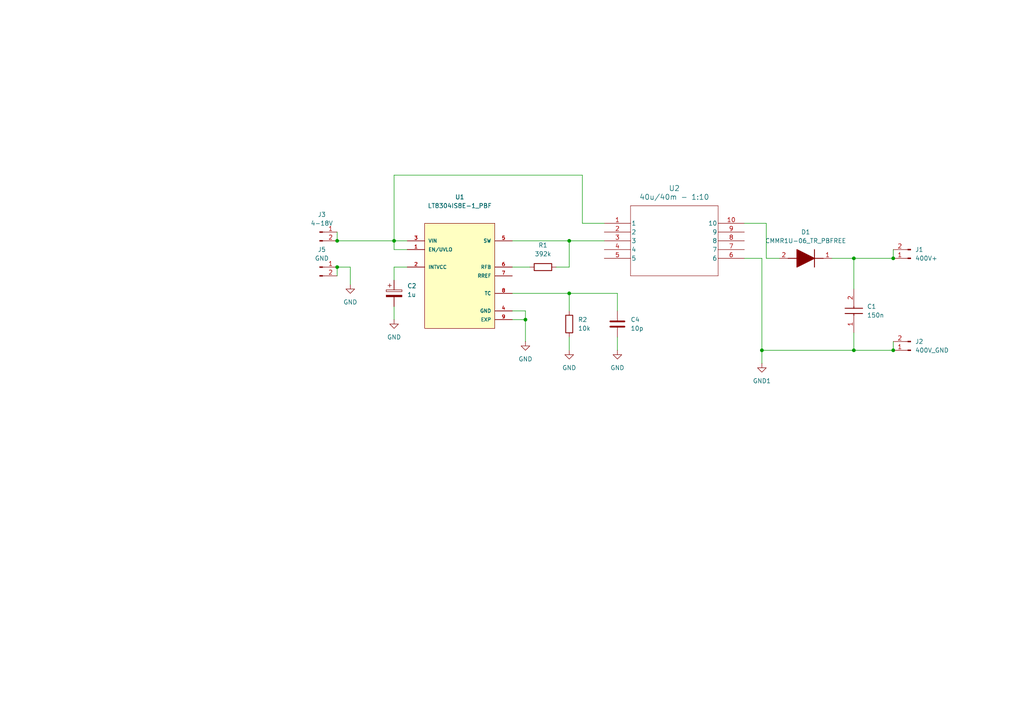
<source format=kicad_sch>
(kicad_sch
	(version 20231120)
	(generator "eeschema")
	(generator_version "8.0")
	(uuid "6db0d3fb-4fdb-4a74-9a40-3d6a2358617d")
	(paper "A4")
	(lib_symbols
		(symbol "Connector:Conn_01x02_Pin"
			(pin_names
				(offset 1.016) hide)
			(exclude_from_sim no)
			(in_bom yes)
			(on_board yes)
			(property "Reference" "J"
				(at 0 2.54 0)
				(effects
					(font
						(size 1.27 1.27)
					)
				)
			)
			(property "Value" "Conn_01x02_Pin"
				(at 0 -5.08 0)
				(effects
					(font
						(size 1.27 1.27)
					)
				)
			)
			(property "Footprint" ""
				(at 0 0 0)
				(effects
					(font
						(size 1.27 1.27)
					)
					(hide yes)
				)
			)
			(property "Datasheet" "~"
				(at 0 0 0)
				(effects
					(font
						(size 1.27 1.27)
					)
					(hide yes)
				)
			)
			(property "Description" "Generic connector, single row, 01x02, script generated"
				(at 0 0 0)
				(effects
					(font
						(size 1.27 1.27)
					)
					(hide yes)
				)
			)
			(property "ki_locked" ""
				(at 0 0 0)
				(effects
					(font
						(size 1.27 1.27)
					)
				)
			)
			(property "ki_keywords" "connector"
				(at 0 0 0)
				(effects
					(font
						(size 1.27 1.27)
					)
					(hide yes)
				)
			)
			(property "ki_fp_filters" "Connector*:*_1x??_*"
				(at 0 0 0)
				(effects
					(font
						(size 1.27 1.27)
					)
					(hide yes)
				)
			)
			(symbol "Conn_01x02_Pin_1_1"
				(polyline
					(pts
						(xy 1.27 -2.54) (xy 0.8636 -2.54)
					)
					(stroke
						(width 0.1524)
						(type default)
					)
					(fill
						(type none)
					)
				)
				(polyline
					(pts
						(xy 1.27 0) (xy 0.8636 0)
					)
					(stroke
						(width 0.1524)
						(type default)
					)
					(fill
						(type none)
					)
				)
				(rectangle
					(start 0.8636 -2.413)
					(end 0 -2.667)
					(stroke
						(width 0.1524)
						(type default)
					)
					(fill
						(type outline)
					)
				)
				(rectangle
					(start 0.8636 0.127)
					(end 0 -0.127)
					(stroke
						(width 0.1524)
						(type default)
					)
					(fill
						(type outline)
					)
				)
				(pin passive line
					(at 5.08 0 180)
					(length 3.81)
					(name "Pin_1"
						(effects
							(font
								(size 1.27 1.27)
							)
						)
					)
					(number "1"
						(effects
							(font
								(size 1.27 1.27)
							)
						)
					)
				)
				(pin passive line
					(at 5.08 -2.54 180)
					(length 3.81)
					(name "Pin_2"
						(effects
							(font
								(size 1.27 1.27)
							)
						)
					)
					(number "2"
						(effects
							(font
								(size 1.27 1.27)
							)
						)
					)
				)
			)
		)
		(symbol "Device:C"
			(pin_numbers hide)
			(pin_names
				(offset 0.254)
			)
			(exclude_from_sim no)
			(in_bom yes)
			(on_board yes)
			(property "Reference" "C"
				(at 0.635 2.54 0)
				(effects
					(font
						(size 1.27 1.27)
					)
					(justify left)
				)
			)
			(property "Value" "C"
				(at 0.635 -2.54 0)
				(effects
					(font
						(size 1.27 1.27)
					)
					(justify left)
				)
			)
			(property "Footprint" ""
				(at 0.9652 -3.81 0)
				(effects
					(font
						(size 1.27 1.27)
					)
					(hide yes)
				)
			)
			(property "Datasheet" "~"
				(at 0 0 0)
				(effects
					(font
						(size 1.27 1.27)
					)
					(hide yes)
				)
			)
			(property "Description" "Unpolarized capacitor"
				(at 0 0 0)
				(effects
					(font
						(size 1.27 1.27)
					)
					(hide yes)
				)
			)
			(property "ki_keywords" "cap capacitor"
				(at 0 0 0)
				(effects
					(font
						(size 1.27 1.27)
					)
					(hide yes)
				)
			)
			(property "ki_fp_filters" "C_*"
				(at 0 0 0)
				(effects
					(font
						(size 1.27 1.27)
					)
					(hide yes)
				)
			)
			(symbol "C_0_1"
				(polyline
					(pts
						(xy -2.032 -0.762) (xy 2.032 -0.762)
					)
					(stroke
						(width 0.508)
						(type default)
					)
					(fill
						(type none)
					)
				)
				(polyline
					(pts
						(xy -2.032 0.762) (xy 2.032 0.762)
					)
					(stroke
						(width 0.508)
						(type default)
					)
					(fill
						(type none)
					)
				)
			)
			(symbol "C_1_1"
				(pin passive line
					(at 0 3.81 270)
					(length 2.794)
					(name "~"
						(effects
							(font
								(size 1.27 1.27)
							)
						)
					)
					(number "1"
						(effects
							(font
								(size 1.27 1.27)
							)
						)
					)
				)
				(pin passive line
					(at 0 -3.81 90)
					(length 2.794)
					(name "~"
						(effects
							(font
								(size 1.27 1.27)
							)
						)
					)
					(number "2"
						(effects
							(font
								(size 1.27 1.27)
							)
						)
					)
				)
			)
		)
		(symbol "Device:C_Polarized"
			(pin_numbers hide)
			(pin_names
				(offset 0.254)
			)
			(exclude_from_sim no)
			(in_bom yes)
			(on_board yes)
			(property "Reference" "C"
				(at 0.635 2.54 0)
				(effects
					(font
						(size 1.27 1.27)
					)
					(justify left)
				)
			)
			(property "Value" "C_Polarized"
				(at 0.635 -2.54 0)
				(effects
					(font
						(size 1.27 1.27)
					)
					(justify left)
				)
			)
			(property "Footprint" ""
				(at 0.9652 -3.81 0)
				(effects
					(font
						(size 1.27 1.27)
					)
					(hide yes)
				)
			)
			(property "Datasheet" "~"
				(at 0 0 0)
				(effects
					(font
						(size 1.27 1.27)
					)
					(hide yes)
				)
			)
			(property "Description" "Polarized capacitor"
				(at 0 0 0)
				(effects
					(font
						(size 1.27 1.27)
					)
					(hide yes)
				)
			)
			(property "ki_keywords" "cap capacitor"
				(at 0 0 0)
				(effects
					(font
						(size 1.27 1.27)
					)
					(hide yes)
				)
			)
			(property "ki_fp_filters" "CP_*"
				(at 0 0 0)
				(effects
					(font
						(size 1.27 1.27)
					)
					(hide yes)
				)
			)
			(symbol "C_Polarized_0_1"
				(rectangle
					(start -2.286 0.508)
					(end 2.286 1.016)
					(stroke
						(width 0)
						(type default)
					)
					(fill
						(type none)
					)
				)
				(polyline
					(pts
						(xy -1.778 2.286) (xy -0.762 2.286)
					)
					(stroke
						(width 0)
						(type default)
					)
					(fill
						(type none)
					)
				)
				(polyline
					(pts
						(xy -1.27 2.794) (xy -1.27 1.778)
					)
					(stroke
						(width 0)
						(type default)
					)
					(fill
						(type none)
					)
				)
				(rectangle
					(start 2.286 -0.508)
					(end -2.286 -1.016)
					(stroke
						(width 0)
						(type default)
					)
					(fill
						(type outline)
					)
				)
			)
			(symbol "C_Polarized_1_1"
				(pin passive line
					(at 0 3.81 270)
					(length 2.794)
					(name "~"
						(effects
							(font
								(size 1.27 1.27)
							)
						)
					)
					(number "1"
						(effects
							(font
								(size 1.27 1.27)
							)
						)
					)
				)
				(pin passive line
					(at 0 -3.81 90)
					(length 2.794)
					(name "~"
						(effects
							(font
								(size 1.27 1.27)
							)
						)
					)
					(number "2"
						(effects
							(font
								(size 1.27 1.27)
							)
						)
					)
				)
			)
		)
		(symbol "Device:R"
			(pin_numbers hide)
			(pin_names
				(offset 0)
			)
			(exclude_from_sim no)
			(in_bom yes)
			(on_board yes)
			(property "Reference" "R"
				(at 2.032 0 90)
				(effects
					(font
						(size 1.27 1.27)
					)
				)
			)
			(property "Value" "R"
				(at 0 0 90)
				(effects
					(font
						(size 1.27 1.27)
					)
				)
			)
			(property "Footprint" ""
				(at -1.778 0 90)
				(effects
					(font
						(size 1.27 1.27)
					)
					(hide yes)
				)
			)
			(property "Datasheet" "~"
				(at 0 0 0)
				(effects
					(font
						(size 1.27 1.27)
					)
					(hide yes)
				)
			)
			(property "Description" "Resistor"
				(at 0 0 0)
				(effects
					(font
						(size 1.27 1.27)
					)
					(hide yes)
				)
			)
			(property "ki_keywords" "R res resistor"
				(at 0 0 0)
				(effects
					(font
						(size 1.27 1.27)
					)
					(hide yes)
				)
			)
			(property "ki_fp_filters" "R_*"
				(at 0 0 0)
				(effects
					(font
						(size 1.27 1.27)
					)
					(hide yes)
				)
			)
			(symbol "R_0_1"
				(rectangle
					(start -1.016 -2.54)
					(end 1.016 2.54)
					(stroke
						(width 0.254)
						(type default)
					)
					(fill
						(type none)
					)
				)
			)
			(symbol "R_1_1"
				(pin passive line
					(at 0 3.81 270)
					(length 1.27)
					(name "~"
						(effects
							(font
								(size 1.27 1.27)
							)
						)
					)
					(number "1"
						(effects
							(font
								(size 1.27 1.27)
							)
						)
					)
				)
				(pin passive line
					(at 0 -3.81 90)
					(length 1.27)
					(name "~"
						(effects
							(font
								(size 1.27 1.27)
							)
						)
					)
					(number "2"
						(effects
							(font
								(size 1.27 1.27)
							)
						)
					)
				)
			)
		)
		(symbol "Przetwornica_4_to_400:13324-T087"
			(pin_names
				(offset 0.254)
			)
			(exclude_from_sim no)
			(in_bom yes)
			(on_board yes)
			(property "Reference" "U"
				(at 20.32 10.16 0)
				(effects
					(font
						(size 1.524 1.524)
					)
				)
			)
			(property "Value" "13324-T087"
				(at 20.32 7.62 0)
				(effects
					(font
						(size 1.524 1.524)
					)
				)
			)
			(property "Footprint" "SMT_24-T087_SUM"
				(at 0 0 0)
				(effects
					(font
						(size 1.27 1.27)
						(italic yes)
					)
					(hide yes)
				)
			)
			(property "Datasheet" "13324-T087"
				(at 0 0 0)
				(effects
					(font
						(size 1.27 1.27)
						(italic yes)
					)
					(hide yes)
				)
			)
			(property "Description" ""
				(at 0 0 0)
				(effects
					(font
						(size 1.27 1.27)
					)
					(hide yes)
				)
			)
			(property "ki_locked" ""
				(at 0 0 0)
				(effects
					(font
						(size 1.27 1.27)
					)
				)
			)
			(property "ki_keywords" "13324-T087"
				(at 0 0 0)
				(effects
					(font
						(size 1.27 1.27)
					)
					(hide yes)
				)
			)
			(property "ki_fp_filters" "SMT_24-T087_SUM SMT_24-T087_SUM-M SMT_24-T087_SUM-L"
				(at 0 0 0)
				(effects
					(font
						(size 1.27 1.27)
					)
					(hide yes)
				)
			)
			(symbol "13324-T087_0_1"
				(polyline
					(pts
						(xy 7.62 -15.24) (xy 33.02 -15.24)
					)
					(stroke
						(width 0.127)
						(type default)
					)
					(fill
						(type none)
					)
				)
				(polyline
					(pts
						(xy 7.62 5.08) (xy 7.62 -15.24)
					)
					(stroke
						(width 0.127)
						(type default)
					)
					(fill
						(type none)
					)
				)
				(polyline
					(pts
						(xy 33.02 -15.24) (xy 33.02 5.08)
					)
					(stroke
						(width 0.127)
						(type default)
					)
					(fill
						(type none)
					)
				)
				(polyline
					(pts
						(xy 33.02 5.08) (xy 7.62 5.08)
					)
					(stroke
						(width 0.127)
						(type default)
					)
					(fill
						(type none)
					)
				)
				(pin unspecified line
					(at 0 0 0)
					(length 7.62)
					(name "1"
						(effects
							(font
								(size 1.27 1.27)
							)
						)
					)
					(number "1"
						(effects
							(font
								(size 1.27 1.27)
							)
						)
					)
				)
				(pin unspecified line
					(at 40.64 0 180)
					(length 7.62)
					(name "10"
						(effects
							(font
								(size 1.27 1.27)
							)
						)
					)
					(number "10"
						(effects
							(font
								(size 1.27 1.27)
							)
						)
					)
				)
				(pin unspecified line
					(at 0 -2.54 0)
					(length 7.62)
					(name "2"
						(effects
							(font
								(size 1.27 1.27)
							)
						)
					)
					(number "2"
						(effects
							(font
								(size 1.27 1.27)
							)
						)
					)
				)
				(pin unspecified line
					(at 0 -5.08 0)
					(length 7.62)
					(name "3"
						(effects
							(font
								(size 1.27 1.27)
							)
						)
					)
					(number "3"
						(effects
							(font
								(size 1.27 1.27)
							)
						)
					)
				)
				(pin unspecified line
					(at 0 -7.62 0)
					(length 7.62)
					(name "4"
						(effects
							(font
								(size 1.27 1.27)
							)
						)
					)
					(number "4"
						(effects
							(font
								(size 1.27 1.27)
							)
						)
					)
				)
				(pin unspecified line
					(at 0 -10.16 0)
					(length 7.62)
					(name "5"
						(effects
							(font
								(size 1.27 1.27)
							)
						)
					)
					(number "5"
						(effects
							(font
								(size 1.27 1.27)
							)
						)
					)
				)
				(pin unspecified line
					(at 40.64 -10.16 180)
					(length 7.62)
					(name "6"
						(effects
							(font
								(size 1.27 1.27)
							)
						)
					)
					(number "6"
						(effects
							(font
								(size 1.27 1.27)
							)
						)
					)
				)
				(pin unspecified line
					(at 40.64 -7.62 180)
					(length 7.62)
					(name "7"
						(effects
							(font
								(size 1.27 1.27)
							)
						)
					)
					(number "7"
						(effects
							(font
								(size 1.27 1.27)
							)
						)
					)
				)
				(pin unspecified line
					(at 40.64 -5.08 180)
					(length 7.62)
					(name "8"
						(effects
							(font
								(size 1.27 1.27)
							)
						)
					)
					(number "8"
						(effects
							(font
								(size 1.27 1.27)
							)
						)
					)
				)
				(pin unspecified line
					(at 40.64 -2.54 180)
					(length 7.62)
					(name "9"
						(effects
							(font
								(size 1.27 1.27)
							)
						)
					)
					(number "9"
						(effects
							(font
								(size 1.27 1.27)
							)
						)
					)
				)
			)
		)
		(symbol "Przetwornica_4_to_400:890303325008CS"
			(pin_names hide)
			(exclude_from_sim no)
			(in_bom yes)
			(on_board yes)
			(property "Reference" "C"
				(at 8.89 6.35 0)
				(effects
					(font
						(size 1.27 1.27)
					)
					(justify left top)
				)
			)
			(property "Value" "890303325008CS"
				(at 8.89 3.81 0)
				(effects
					(font
						(size 1.27 1.27)
					)
					(justify left top)
				)
			)
			(property "Footprint" "890303325008CS"
				(at 8.89 -96.19 0)
				(effects
					(font
						(size 1.27 1.27)
					)
					(justify left top)
					(hide yes)
				)
			)
			(property "Datasheet" ""
				(at 8.89 -196.19 0)
				(effects
					(font
						(size 1.27 1.27)
					)
					(justify left top)
					(hide yes)
				)
			)
			(property "Description" "Film Capacitors WCAP-FTBP 630V 150nF 5%"
				(at 0 0 0)
				(effects
					(font
						(size 1.27 1.27)
					)
					(hide yes)
				)
			)
			(property "Height" "14"
				(at 8.89 -396.19 0)
				(effects
					(font
						(size 1.27 1.27)
					)
					(justify left top)
					(hide yes)
				)
			)
			(property "Mouser Part Number" "710-890303325008CS"
				(at 8.89 -496.19 0)
				(effects
					(font
						(size 1.27 1.27)
					)
					(justify left top)
					(hide yes)
				)
			)
			(property "Mouser Price/Stock" "https://www.mouser.co.uk/ProductDetail/Wurth-Elektronik/890303325008CS?qs=rrS6PyfT74eUdQwDWGoLRA%3D%3D"
				(at 8.89 -596.19 0)
				(effects
					(font
						(size 1.27 1.27)
					)
					(justify left top)
					(hide yes)
				)
			)
			(property "Manufacturer_Name" "Wurth Elektronik"
				(at 8.89 -696.19 0)
				(effects
					(font
						(size 1.27 1.27)
					)
					(justify left top)
					(hide yes)
				)
			)
			(property "Manufacturer_Part_Number" "890303325008CS"
				(at 8.89 -796.19 0)
				(effects
					(font
						(size 1.27 1.27)
					)
					(justify left top)
					(hide yes)
				)
			)
			(symbol "890303325008CS_1_1"
				(polyline
					(pts
						(xy 5.08 0) (xy 5.588 0)
					)
					(stroke
						(width 0.254)
						(type default)
					)
					(fill
						(type none)
					)
				)
				(polyline
					(pts
						(xy 5.588 2.54) (xy 5.588 -2.54)
					)
					(stroke
						(width 0.254)
						(type default)
					)
					(fill
						(type none)
					)
				)
				(polyline
					(pts
						(xy 7.112 0) (xy 7.62 0)
					)
					(stroke
						(width 0.254)
						(type default)
					)
					(fill
						(type none)
					)
				)
				(polyline
					(pts
						(xy 7.112 2.54) (xy 7.112 -2.54)
					)
					(stroke
						(width 0.254)
						(type default)
					)
					(fill
						(type none)
					)
				)
				(pin passive line
					(at 0 0 0)
					(length 5.08)
					(name "1"
						(effects
							(font
								(size 1.27 1.27)
							)
						)
					)
					(number "1"
						(effects
							(font
								(size 1.27 1.27)
							)
						)
					)
				)
				(pin passive line
					(at 12.7 0 180)
					(length 5.08)
					(name "2"
						(effects
							(font
								(size 1.27 1.27)
							)
						)
					)
					(number "2"
						(effects
							(font
								(size 1.27 1.27)
							)
						)
					)
				)
			)
		)
		(symbol "Przetwornica_4_to_400:CMMR1U-06_TR_PBFREE"
			(pin_names hide)
			(exclude_from_sim no)
			(in_bom yes)
			(on_board yes)
			(property "Reference" "D"
				(at 11.43 5.08 0)
				(effects
					(font
						(size 1.27 1.27)
					)
					(justify left top)
				)
			)
			(property "Value" "CMMR1U-06_TR_PBFREE"
				(at 11.43 2.54 0)
				(effects
					(font
						(size 1.27 1.27)
					)
					(justify left top)
				)
			)
			(property "Footprint" "SODFL3818X108N"
				(at 11.43 -97.46 0)
				(effects
					(font
						(size 1.27 1.27)
					)
					(justify left top)
					(hide yes)
				)
			)
			(property "Datasheet" "https://www.mouser.co.uk/datasheet/2/68/CSEMS02975_1-2539073.pdf"
				(at 11.43 -197.46 0)
				(effects
					(font
						(size 1.27 1.27)
					)
					(justify left top)
					(hide yes)
				)
			)
			(property "Description" "Rectifiers 600V 1A ULTRA FAST"
				(at 0 0 0)
				(effects
					(font
						(size 1.27 1.27)
					)
					(hide yes)
				)
			)
			(property "Height" "1.08"
				(at 11.43 -397.46 0)
				(effects
					(font
						(size 1.27 1.27)
					)
					(justify left top)
					(hide yes)
				)
			)
			(property "Mouser Part Number" "610-CMMR1U-06"
				(at 11.43 -497.46 0)
				(effects
					(font
						(size 1.27 1.27)
					)
					(justify left top)
					(hide yes)
				)
			)
			(property "Mouser Price/Stock" "https://www.mouser.co.uk/ProductDetail/Central-Semiconductor/CMMR1U-06-TR-PBFREE?qs=u16ybLDytRY171usNM3Z4A%3D%3D"
				(at 11.43 -597.46 0)
				(effects
					(font
						(size 1.27 1.27)
					)
					(justify left top)
					(hide yes)
				)
			)
			(property "Manufacturer_Name" "Central Semiconductor"
				(at 11.43 -697.46 0)
				(effects
					(font
						(size 1.27 1.27)
					)
					(justify left top)
					(hide yes)
				)
			)
			(property "Manufacturer_Part_Number" "CMMR1U-06 TR PBFREE"
				(at 11.43 -797.46 0)
				(effects
					(font
						(size 1.27 1.27)
					)
					(justify left top)
					(hide yes)
				)
			)
			(symbol "CMMR1U-06_TR_PBFREE_1_1"
				(polyline
					(pts
						(xy 2.54 0) (xy 5.08 0)
					)
					(stroke
						(width 0.254)
						(type default)
					)
					(fill
						(type none)
					)
				)
				(polyline
					(pts
						(xy 5.08 2.54) (xy 5.08 -2.54)
					)
					(stroke
						(width 0.254)
						(type default)
					)
					(fill
						(type none)
					)
				)
				(polyline
					(pts
						(xy 10.16 0) (xy 12.7 0)
					)
					(stroke
						(width 0.254)
						(type default)
					)
					(fill
						(type none)
					)
				)
				(polyline
					(pts
						(xy 5.08 0) (xy 10.16 2.54) (xy 10.16 -2.54) (xy 5.08 0)
					)
					(stroke
						(width 0.254)
						(type default)
					)
					(fill
						(type outline)
					)
				)
				(pin passive line
					(at 0 0 0)
					(length 2.54)
					(name "K"
						(effects
							(font
								(size 1.27 1.27)
							)
						)
					)
					(number "1"
						(effects
							(font
								(size 1.27 1.27)
							)
						)
					)
				)
				(pin passive line
					(at 15.24 0 180)
					(length 2.54)
					(name "A"
						(effects
							(font
								(size 1.27 1.27)
							)
						)
					)
					(number "2"
						(effects
							(font
								(size 1.27 1.27)
							)
						)
					)
				)
			)
		)
		(symbol "Przetwornica_4_to_400:LT8304IS8E-1_PBF"
			(pin_names
				(offset 1.016)
			)
			(exclude_from_sim no)
			(in_bom yes)
			(on_board yes)
			(property "Reference" "U"
				(at -10.16 16.002 0)
				(effects
					(font
						(size 1.27 1.27)
					)
					(justify left bottom)
				)
			)
			(property "Value" "LT8304IS8E-1_PBF"
				(at -10.16 -17.78 0)
				(effects
					(font
						(size 1.27 1.27)
					)
					(justify left bottom)
				)
			)
			(property "Footprint" "LT8304IS8E-1_PBF:SOIC127P599X175-9N"
				(at 0 0 0)
				(effects
					(font
						(size 1.27 1.27)
					)
					(justify bottom)
				)
			)
			(property "Datasheet" ""
				(at 0 0 0)
				(effects
					(font
						(size 1.27 1.27)
					)
					(hide yes)
				)
			)
			(property "Description" ""
				(at 0 0 0)
				(effects
					(font
						(size 1.27 1.27)
					)
					(hide yes)
				)
			)
			(property "PARTREV" "LT0217_REV_A"
				(at 0 0 0)
				(effects
					(font
						(size 1.27 1.27)
					)
					(justify bottom)
					(hide yes)
				)
			)
			(property "MANUFACTURER" "LinearTechnology"
				(at 0 0 0)
				(effects
					(font
						(size 1.27 1.27)
					)
					(justify bottom)
					(hide yes)
				)
			)
			(property "STANDARD" "IPC-7351B"
				(at 0 0 0)
				(effects
					(font
						(size 1.27 1.27)
					)
					(justify bottom)
					(hide yes)
				)
			)
			(symbol "LT8304IS8E-1_PBF_0_0"
				(rectangle
					(start -10.16 -15.24)
					(end 10.16 15.24)
					(stroke
						(width 0.1524)
						(type default)
					)
					(fill
						(type background)
					)
				)
				(pin input line
					(at -15.24 7.62 0)
					(length 5.08)
					(name "EN/UVLO"
						(effects
							(font
								(size 1.016 1.016)
							)
						)
					)
					(number "1"
						(effects
							(font
								(size 1.016 1.016)
							)
						)
					)
				)
				(pin output line
					(at -15.24 2.54 0)
					(length 5.08)
					(name "INTVCC"
						(effects
							(font
								(size 1.016 1.016)
							)
						)
					)
					(number "2"
						(effects
							(font
								(size 1.016 1.016)
							)
						)
					)
				)
				(pin input line
					(at -15.24 10.16 0)
					(length 5.08)
					(name "VIN"
						(effects
							(font
								(size 1.016 1.016)
							)
						)
					)
					(number "3"
						(effects
							(font
								(size 1.016 1.016)
							)
						)
					)
				)
				(pin power_in line
					(at 15.24 -10.16 180)
					(length 5.08)
					(name "GND"
						(effects
							(font
								(size 1.016 1.016)
							)
						)
					)
					(number "4"
						(effects
							(font
								(size 1.016 1.016)
							)
						)
					)
				)
				(pin input line
					(at 15.24 10.16 180)
					(length 5.08)
					(name "SW"
						(effects
							(font
								(size 1.016 1.016)
							)
						)
					)
					(number "5"
						(effects
							(font
								(size 1.016 1.016)
							)
						)
					)
				)
				(pin input line
					(at 15.24 2.54 180)
					(length 5.08)
					(name "RFB"
						(effects
							(font
								(size 1.016 1.016)
							)
						)
					)
					(number "6"
						(effects
							(font
								(size 1.016 1.016)
							)
						)
					)
				)
				(pin input line
					(at 15.24 0 180)
					(length 5.08)
					(name "RREF"
						(effects
							(font
								(size 1.016 1.016)
							)
						)
					)
					(number "7"
						(effects
							(font
								(size 1.016 1.016)
							)
						)
					)
				)
				(pin passive line
					(at 15.24 -5.08 180)
					(length 5.08)
					(name "TC"
						(effects
							(font
								(size 1.016 1.016)
							)
						)
					)
					(number "8"
						(effects
							(font
								(size 1.016 1.016)
							)
						)
					)
				)
				(pin power_in line
					(at 15.24 -12.7 180)
					(length 5.08)
					(name "EXP"
						(effects
							(font
								(size 1.016 1.016)
							)
						)
					)
					(number "9"
						(effects
							(font
								(size 1.016 1.016)
							)
						)
					)
				)
			)
		)
		(symbol "power:GND"
			(power)
			(pin_numbers hide)
			(pin_names
				(offset 0) hide)
			(exclude_from_sim no)
			(in_bom yes)
			(on_board yes)
			(property "Reference" "#PWR"
				(at 0 -6.35 0)
				(effects
					(font
						(size 1.27 1.27)
					)
					(hide yes)
				)
			)
			(property "Value" "GND"
				(at 0 -3.81 0)
				(effects
					(font
						(size 1.27 1.27)
					)
				)
			)
			(property "Footprint" ""
				(at 0 0 0)
				(effects
					(font
						(size 1.27 1.27)
					)
					(hide yes)
				)
			)
			(property "Datasheet" ""
				(at 0 0 0)
				(effects
					(font
						(size 1.27 1.27)
					)
					(hide yes)
				)
			)
			(property "Description" "Power symbol creates a global label with name \"GND\" , ground"
				(at 0 0 0)
				(effects
					(font
						(size 1.27 1.27)
					)
					(hide yes)
				)
			)
			(property "ki_keywords" "global power"
				(at 0 0 0)
				(effects
					(font
						(size 1.27 1.27)
					)
					(hide yes)
				)
			)
			(symbol "GND_0_1"
				(polyline
					(pts
						(xy 0 0) (xy 0 -1.27) (xy 1.27 -1.27) (xy 0 -2.54) (xy -1.27 -1.27) (xy 0 -1.27)
					)
					(stroke
						(width 0)
						(type default)
					)
					(fill
						(type none)
					)
				)
			)
			(symbol "GND_1_1"
				(pin power_in line
					(at 0 0 270)
					(length 0)
					(name "~"
						(effects
							(font
								(size 1.27 1.27)
							)
						)
					)
					(number "1"
						(effects
							(font
								(size 1.27 1.27)
							)
						)
					)
				)
			)
		)
		(symbol "power:GND1"
			(power)
			(pin_numbers hide)
			(pin_names
				(offset 0) hide)
			(exclude_from_sim no)
			(in_bom yes)
			(on_board yes)
			(property "Reference" "#PWR"
				(at 0 -6.35 0)
				(effects
					(font
						(size 1.27 1.27)
					)
					(hide yes)
				)
			)
			(property "Value" "GND1"
				(at 0 -3.81 0)
				(effects
					(font
						(size 1.27 1.27)
					)
				)
			)
			(property "Footprint" ""
				(at 0 0 0)
				(effects
					(font
						(size 1.27 1.27)
					)
					(hide yes)
				)
			)
			(property "Datasheet" ""
				(at 0 0 0)
				(effects
					(font
						(size 1.27 1.27)
					)
					(hide yes)
				)
			)
			(property "Description" "Power symbol creates a global label with name \"GND1\" , ground"
				(at 0 0 0)
				(effects
					(font
						(size 1.27 1.27)
					)
					(hide yes)
				)
			)
			(property "ki_keywords" "global power"
				(at 0 0 0)
				(effects
					(font
						(size 1.27 1.27)
					)
					(hide yes)
				)
			)
			(symbol "GND1_0_1"
				(polyline
					(pts
						(xy 0 0) (xy 0 -1.27) (xy 1.27 -1.27) (xy 0 -2.54) (xy -1.27 -1.27) (xy 0 -1.27)
					)
					(stroke
						(width 0)
						(type default)
					)
					(fill
						(type none)
					)
				)
			)
			(symbol "GND1_1_1"
				(pin power_in line
					(at 0 0 270)
					(length 0)
					(name "~"
						(effects
							(font
								(size 1.27 1.27)
							)
						)
					)
					(number "1"
						(effects
							(font
								(size 1.27 1.27)
							)
						)
					)
				)
			)
		)
	)
	(junction
		(at 165.1 69.85)
		(diameter 0)
		(color 0 0 0 0)
		(uuid "41e3a2fd-1d8c-46f7-bd82-75b8b90b3adc")
	)
	(junction
		(at 259.08 74.93)
		(diameter 0)
		(color 0 0 0 0)
		(uuid "4cc15cec-6430-4a9c-9f50-ba783f8c9ec9")
	)
	(junction
		(at 247.65 101.6)
		(diameter 0)
		(color 0 0 0 0)
		(uuid "5d254a6a-d532-4771-8876-8e6d9b69f43c")
	)
	(junction
		(at 220.98 101.6)
		(diameter 0)
		(color 0 0 0 0)
		(uuid "789e750f-baa3-4193-81c0-f1241a6c7c3e")
	)
	(junction
		(at 259.08 101.6)
		(diameter 0)
		(color 0 0 0 0)
		(uuid "944ada84-7fe8-4257-a12b-98bc2a9efef9")
	)
	(junction
		(at 97.79 77.47)
		(diameter 0)
		(color 0 0 0 0)
		(uuid "a95ff425-f1ab-42ec-ae0e-98929e993807")
	)
	(junction
		(at 165.1 85.09)
		(diameter 0)
		(color 0 0 0 0)
		(uuid "c54b1173-2e2a-430f-a1bb-bd62e8aa7e50")
	)
	(junction
		(at 247.65 74.93)
		(diameter 0)
		(color 0 0 0 0)
		(uuid "e432070d-fead-411b-bec7-c71af45ec26d")
	)
	(junction
		(at 97.79 69.85)
		(diameter 0)
		(color 0 0 0 0)
		(uuid "ef7f2eb0-9e3b-4fd5-97ec-b8053700edbd")
	)
	(junction
		(at 114.3 69.85)
		(diameter 0)
		(color 0 0 0 0)
		(uuid "facf437b-1bd1-45e3-9e19-1c04e0b31a82")
	)
	(junction
		(at 152.4 92.71)
		(diameter 0)
		(color 0 0 0 0)
		(uuid "fcd76d6f-ffa5-444f-9481-1d4ae332c04f")
	)
	(wire
		(pts
			(xy 148.59 85.09) (xy 165.1 85.09)
		)
		(stroke
			(width 0)
			(type default)
		)
		(uuid "008ce4bd-2e71-457b-8b43-f5b6aed11339")
	)
	(wire
		(pts
			(xy 259.08 72.39) (xy 259.08 74.93)
		)
		(stroke
			(width 0)
			(type default)
		)
		(uuid "0e9a6906-9f4a-4b8e-81ff-7a088fac4a97")
	)
	(wire
		(pts
			(xy 241.3 74.93) (xy 247.65 74.93)
		)
		(stroke
			(width 0)
			(type default)
		)
		(uuid "133417e1-5aa9-458b-88cd-0671b9796edf")
	)
	(wire
		(pts
			(xy 179.07 97.79) (xy 179.07 101.6)
		)
		(stroke
			(width 0)
			(type default)
		)
		(uuid "16c47cc9-a34e-4da3-b043-567ff835db87")
	)
	(wire
		(pts
			(xy 220.98 101.6) (xy 247.65 101.6)
		)
		(stroke
			(width 0)
			(type default)
		)
		(uuid "1f93123d-dda0-4603-a064-9de865c0e285")
	)
	(wire
		(pts
			(xy 247.65 83.82) (xy 247.65 74.93)
		)
		(stroke
			(width 0)
			(type default)
		)
		(uuid "1fbffb5d-89f8-4063-bbd9-79dbbb8d4cd2")
	)
	(wire
		(pts
			(xy 114.3 72.39) (xy 118.11 72.39)
		)
		(stroke
			(width 0)
			(type default)
		)
		(uuid "2151e346-46ff-4a1b-9628-509d1b92f83b")
	)
	(wire
		(pts
			(xy 247.65 96.52) (xy 247.65 101.6)
		)
		(stroke
			(width 0)
			(type default)
		)
		(uuid "24dcfe51-e7dc-4157-a61c-a8d8099dff9c")
	)
	(wire
		(pts
			(xy 247.65 74.93) (xy 259.08 74.93)
		)
		(stroke
			(width 0)
			(type default)
		)
		(uuid "2c17382c-5fdc-45b0-8c6a-b993eb60fdab")
	)
	(wire
		(pts
			(xy 220.98 74.93) (xy 220.98 101.6)
		)
		(stroke
			(width 0)
			(type default)
		)
		(uuid "2e71e902-fa3f-4bb6-a831-8da116089d79")
	)
	(wire
		(pts
			(xy 165.1 97.79) (xy 165.1 101.6)
		)
		(stroke
			(width 0)
			(type default)
		)
		(uuid "3505f904-2c3d-4ca7-a2f0-0098a0da2f09")
	)
	(wire
		(pts
			(xy 222.25 74.93) (xy 222.25 64.77)
		)
		(stroke
			(width 0)
			(type default)
		)
		(uuid "3be6777f-2fa8-4eb1-81be-ee66ec7d8984")
	)
	(wire
		(pts
			(xy 165.1 77.47) (xy 165.1 69.85)
		)
		(stroke
			(width 0)
			(type default)
		)
		(uuid "3cbf08ad-2bda-4a1a-a123-2a353eba0174")
	)
	(wire
		(pts
			(xy 168.91 50.8) (xy 168.91 64.77)
		)
		(stroke
			(width 0)
			(type default)
		)
		(uuid "423c51a0-8c36-481c-98dc-d177827bbdc4")
	)
	(wire
		(pts
			(xy 101.6 82.55) (xy 101.6 77.47)
		)
		(stroke
			(width 0)
			(type default)
		)
		(uuid "44b85149-e4c9-442f-a35d-9a9eb0d71114")
	)
	(wire
		(pts
			(xy 215.9 74.93) (xy 220.98 74.93)
		)
		(stroke
			(width 0)
			(type default)
		)
		(uuid "48bec19e-1d98-4b52-96e0-8b7279ffc866")
	)
	(wire
		(pts
			(xy 114.3 50.8) (xy 168.91 50.8)
		)
		(stroke
			(width 0)
			(type default)
		)
		(uuid "53463016-a20d-416e-b980-02275ef6bddb")
	)
	(wire
		(pts
			(xy 226.06 74.93) (xy 222.25 74.93)
		)
		(stroke
			(width 0)
			(type default)
		)
		(uuid "5a1571fc-2aff-4fd3-a5ab-1abb80baf49c")
	)
	(wire
		(pts
			(xy 220.98 101.6) (xy 220.98 105.41)
		)
		(stroke
			(width 0)
			(type default)
		)
		(uuid "5b5adccf-4b04-4493-b3a6-37ba5903a488")
	)
	(wire
		(pts
			(xy 179.07 90.17) (xy 179.07 85.09)
		)
		(stroke
			(width 0)
			(type default)
		)
		(uuid "5b8d7f97-6272-4f73-9300-e99f0bc849e8")
	)
	(wire
		(pts
			(xy 148.59 77.47) (xy 153.67 77.47)
		)
		(stroke
			(width 0)
			(type default)
		)
		(uuid "5cd10f67-be18-4829-9b0c-47507ddc6b59")
	)
	(wire
		(pts
			(xy 114.3 69.85) (xy 114.3 50.8)
		)
		(stroke
			(width 0)
			(type default)
		)
		(uuid "654ecc1a-42a6-4e76-b838-63e60fb4c249")
	)
	(wire
		(pts
			(xy 259.08 99.06) (xy 259.08 101.6)
		)
		(stroke
			(width 0)
			(type default)
		)
		(uuid "6ae99f96-2201-4680-83cd-c2dbfa171230")
	)
	(wire
		(pts
			(xy 114.3 88.9) (xy 114.3 92.71)
		)
		(stroke
			(width 0)
			(type default)
		)
		(uuid "6d1bce99-82f8-449e-a266-9df62549e6c7")
	)
	(wire
		(pts
			(xy 97.79 69.85) (xy 97.79 67.31)
		)
		(stroke
			(width 0)
			(type default)
		)
		(uuid "7c22d056-f378-4953-8083-f6b1d3d82a8d")
	)
	(wire
		(pts
			(xy 101.6 77.47) (xy 97.79 77.47)
		)
		(stroke
			(width 0)
			(type default)
		)
		(uuid "7e6b1613-b0bb-4c9b-a208-d6b4a0e0bd8a")
	)
	(wire
		(pts
			(xy 148.59 69.85) (xy 165.1 69.85)
		)
		(stroke
			(width 0)
			(type default)
		)
		(uuid "803c2e73-d5bb-4ada-938f-17b38b61316d")
	)
	(wire
		(pts
			(xy 222.25 64.77) (xy 215.9 64.77)
		)
		(stroke
			(width 0)
			(type default)
		)
		(uuid "93675cf1-0ebe-4c66-9518-c51dd8f65b75")
	)
	(wire
		(pts
			(xy 118.11 69.85) (xy 114.3 69.85)
		)
		(stroke
			(width 0)
			(type default)
		)
		(uuid "9670d71b-586d-489d-b531-e33a51af6a87")
	)
	(wire
		(pts
			(xy 165.1 85.09) (xy 179.07 85.09)
		)
		(stroke
			(width 0)
			(type default)
		)
		(uuid "98db04ed-e0b0-40cf-9191-0e47a5eb2df1")
	)
	(wire
		(pts
			(xy 97.79 69.85) (xy 114.3 69.85)
		)
		(stroke
			(width 0)
			(type default)
		)
		(uuid "add00f64-c9ee-42a9-b67f-a34f94528540")
	)
	(wire
		(pts
			(xy 97.79 80.01) (xy 97.79 77.47)
		)
		(stroke
			(width 0)
			(type default)
		)
		(uuid "af3af00a-0ef7-4a1e-90df-724d4159b3ba")
	)
	(wire
		(pts
			(xy 165.1 69.85) (xy 175.26 69.85)
		)
		(stroke
			(width 0)
			(type default)
		)
		(uuid "b28b8265-8b59-4bde-8f5b-8beeecf7f8c3")
	)
	(wire
		(pts
			(xy 152.4 99.06) (xy 152.4 92.71)
		)
		(stroke
			(width 0)
			(type default)
		)
		(uuid "c6ce215e-14e2-433f-9ae9-b867bc5be80c")
	)
	(wire
		(pts
			(xy 114.3 69.85) (xy 114.3 72.39)
		)
		(stroke
			(width 0)
			(type default)
		)
		(uuid "c8d8bff7-b46f-40bf-8350-cb05b0e928a2")
	)
	(wire
		(pts
			(xy 247.65 101.6) (xy 259.08 101.6)
		)
		(stroke
			(width 0)
			(type default)
		)
		(uuid "cbc44bcc-fa37-44c8-ac60-cfcecd1cf8e5")
	)
	(wire
		(pts
			(xy 148.59 90.17) (xy 152.4 90.17)
		)
		(stroke
			(width 0)
			(type default)
		)
		(uuid "d2249233-8bec-48dd-8d12-b4fbda33b040")
	)
	(wire
		(pts
			(xy 152.4 92.71) (xy 152.4 90.17)
		)
		(stroke
			(width 0)
			(type default)
		)
		(uuid "d40943cf-29cb-4e19-9cd5-a3a41b34189d")
	)
	(wire
		(pts
			(xy 165.1 85.09) (xy 165.1 90.17)
		)
		(stroke
			(width 0)
			(type default)
		)
		(uuid "eac14d9b-46fb-4eee-92b2-cd7a97c18c0f")
	)
	(wire
		(pts
			(xy 114.3 81.28) (xy 114.3 77.47)
		)
		(stroke
			(width 0)
			(type default)
		)
		(uuid "f1147045-42a8-4ee1-bbf7-646c9fbaea06")
	)
	(wire
		(pts
			(xy 161.29 77.47) (xy 165.1 77.47)
		)
		(stroke
			(width 0)
			(type default)
		)
		(uuid "f78f178a-ffde-4a89-8a75-2dd9fa46906e")
	)
	(wire
		(pts
			(xy 168.91 64.77) (xy 175.26 64.77)
		)
		(stroke
			(width 0)
			(type default)
		)
		(uuid "f9488d0e-3558-4294-8bf6-89f3a2ce80c2")
	)
	(wire
		(pts
			(xy 114.3 77.47) (xy 118.11 77.47)
		)
		(stroke
			(width 0)
			(type default)
		)
		(uuid "fc28077c-7129-45c6-bce4-3182b656c84d")
	)
	(wire
		(pts
			(xy 148.59 92.71) (xy 152.4 92.71)
		)
		(stroke
			(width 0)
			(type default)
		)
		(uuid "fcc6a7cd-fd35-4f74-bf32-5dff6fca4bc3")
	)
	(symbol
		(lib_id "Device:C")
		(at 179.07 93.98 0)
		(unit 1)
		(exclude_from_sim no)
		(in_bom yes)
		(on_board yes)
		(dnp no)
		(fields_autoplaced yes)
		(uuid "38ffd357-d84a-4874-ad01-d3e3191e2f35")
		(property "Reference" "C4"
			(at 182.88 92.7099 0)
			(effects
				(font
					(size 1.27 1.27)
				)
				(justify left)
			)
		)
		(property "Value" "10p"
			(at 182.88 95.2499 0)
			(effects
				(font
					(size 1.27 1.27)
				)
				(justify left)
			)
		)
		(property "Footprint" "Capacitor_SMD:C_0805_2012Metric"
			(at 180.0352 97.79 0)
			(effects
				(font
					(size 1.27 1.27)
				)
				(hide yes)
			)
		)
		(property "Datasheet" "~"
			(at 179.07 93.98 0)
			(effects
				(font
					(size 1.27 1.27)
				)
				(hide yes)
			)
		)
		(property "Description" "Unpolarized capacitor"
			(at 179.07 93.98 0)
			(effects
				(font
					(size 1.27 1.27)
				)
				(hide yes)
			)
		)
		(pin "1"
			(uuid "fcb9fdca-cbb1-4b68-9f4a-b569319fcec9")
		)
		(pin "2"
			(uuid "1c97aca0-811d-4572-86cc-fba671d74e2c")
		)
		(instances
			(project "Przetwornica_4_to_400"
				(path "/6db0d3fb-4fdb-4a74-9a40-3d6a2358617d"
					(reference "C4")
					(unit 1)
				)
			)
		)
	)
	(symbol
		(lib_id "power:GND1")
		(at 220.98 105.41 0)
		(unit 1)
		(exclude_from_sim no)
		(in_bom yes)
		(on_board yes)
		(dnp no)
		(fields_autoplaced yes)
		(uuid "4baae7d6-d983-482f-897f-64d6e1ef422d")
		(property "Reference" "#PWR05"
			(at 220.98 111.76 0)
			(effects
				(font
					(size 1.27 1.27)
				)
				(hide yes)
			)
		)
		(property "Value" "GND1"
			(at 220.98 110.49 0)
			(effects
				(font
					(size 1.27 1.27)
				)
			)
		)
		(property "Footprint" ""
			(at 220.98 105.41 0)
			(effects
				(font
					(size 1.27 1.27)
				)
				(hide yes)
			)
		)
		(property "Datasheet" ""
			(at 220.98 105.41 0)
			(effects
				(font
					(size 1.27 1.27)
				)
				(hide yes)
			)
		)
		(property "Description" "Power symbol creates a global label with name \"GND1\" , ground"
			(at 220.98 105.41 0)
			(effects
				(font
					(size 1.27 1.27)
				)
				(hide yes)
			)
		)
		(pin "1"
			(uuid "34a15869-3daf-4e76-9f19-200a07134a19")
		)
		(instances
			(project "Przetwornica_4_to_400"
				(path "/6db0d3fb-4fdb-4a74-9a40-3d6a2358617d"
					(reference "#PWR05")
					(unit 1)
				)
			)
		)
	)
	(symbol
		(lib_id "Connector:Conn_01x02_Pin")
		(at 264.16 101.6 180)
		(unit 1)
		(exclude_from_sim no)
		(in_bom yes)
		(on_board yes)
		(dnp no)
		(fields_autoplaced yes)
		(uuid "55a0022b-d986-4a60-8af5-b85d87232f8d")
		(property "Reference" "J2"
			(at 265.43 99.0599 0)
			(effects
				(font
					(size 1.27 1.27)
				)
				(justify right)
			)
		)
		(property "Value" "400V_GND"
			(at 265.43 101.5999 0)
			(effects
				(font
					(size 1.27 1.27)
				)
				(justify right)
			)
		)
		(property "Footprint" "Connector_PinHeader_2.54mm:PinHeader_1x02_P2.54mm_Vertical"
			(at 264.16 101.6 0)
			(effects
				(font
					(size 1.27 1.27)
				)
				(hide yes)
			)
		)
		(property "Datasheet" "~"
			(at 264.16 101.6 0)
			(effects
				(font
					(size 1.27 1.27)
				)
				(hide yes)
			)
		)
		(property "Description" "Generic connector, single row, 01x02, script generated"
			(at 264.16 101.6 0)
			(effects
				(font
					(size 1.27 1.27)
				)
				(hide yes)
			)
		)
		(pin "2"
			(uuid "a79367fc-bf49-4939-9010-27f0e5b6f586")
		)
		(pin "1"
			(uuid "47266df4-d1bb-4821-a612-8010ad2aae2e")
		)
		(instances
			(project "Przetwornica_4_to_400"
				(path "/6db0d3fb-4fdb-4a74-9a40-3d6a2358617d"
					(reference "J2")
					(unit 1)
				)
			)
		)
	)
	(symbol
		(lib_id "Przetwornica_4_to_400:CMMR1U-06_TR_PBFREE")
		(at 241.3 74.93 180)
		(unit 1)
		(exclude_from_sim no)
		(in_bom yes)
		(on_board yes)
		(dnp no)
		(fields_autoplaced yes)
		(uuid "7a15d780-86a8-4292-98ae-ce9a0b1875e5")
		(property "Reference" "D1"
			(at 233.68 67.31 0)
			(effects
				(font
					(size 1.27 1.27)
				)
			)
		)
		(property "Value" "CMMR1U-06_TR_PBFREE"
			(at 233.68 69.85 0)
			(effects
				(font
					(size 1.27 1.27)
				)
			)
		)
		(property "Footprint" "SODFL3818X108N"
			(at 229.87 -22.53 0)
			(effects
				(font
					(size 1.27 1.27)
				)
				(justify left top)
				(hide yes)
			)
		)
		(property "Datasheet" "https://www.mouser.co.uk/datasheet/2/68/CSEMS02975_1-2539073.pdf"
			(at 229.87 -122.53 0)
			(effects
				(font
					(size 1.27 1.27)
				)
				(justify left top)
				(hide yes)
			)
		)
		(property "Description" "Rectifiers 600V 1A ULTRA FAST"
			(at 241.3 74.93 0)
			(effects
				(font
					(size 1.27 1.27)
				)
				(hide yes)
			)
		)
		(property "Height" "1.08"
			(at 229.87 -322.53 0)
			(effects
				(font
					(size 1.27 1.27)
				)
				(justify left top)
				(hide yes)
			)
		)
		(property "Mouser Part Number" "610-CMMR1U-06"
			(at 229.87 -422.53 0)
			(effects
				(font
					(size 1.27 1.27)
				)
				(justify left top)
				(hide yes)
			)
		)
		(property "Mouser Price/Stock" "https://www.mouser.co.uk/ProductDetail/Central-Semiconductor/CMMR1U-06-TR-PBFREE?qs=u16ybLDytRY171usNM3Z4A%3D%3D"
			(at 229.87 -522.53 0)
			(effects
				(font
					(size 1.27 1.27)
				)
				(justify left top)
				(hide yes)
			)
		)
		(property "Manufacturer_Name" "Central Semiconductor"
			(at 229.87 -622.53 0)
			(effects
				(font
					(size 1.27 1.27)
				)
				(justify left top)
				(hide yes)
			)
		)
		(property "Manufacturer_Part_Number" "CMMR1U-06 TR PBFREE"
			(at 229.87 -722.53 0)
			(effects
				(font
					(size 1.27 1.27)
				)
				(justify left top)
				(hide yes)
			)
		)
		(pin "1"
			(uuid "f8e058b3-c934-40d3-b293-13909e210e68")
		)
		(pin "2"
			(uuid "82ee4b99-07bc-472d-8cb5-5971c2b99fe0")
		)
		(instances
			(project "Przetwornica_4_to_400"
				(path "/6db0d3fb-4fdb-4a74-9a40-3d6a2358617d"
					(reference "D1")
					(unit 1)
				)
			)
		)
	)
	(symbol
		(lib_id "power:GND")
		(at 114.3 92.71 0)
		(unit 1)
		(exclude_from_sim no)
		(in_bom yes)
		(on_board yes)
		(dnp no)
		(fields_autoplaced yes)
		(uuid "7b498e2f-14f0-4549-b1cd-02a5eb219bf5")
		(property "Reference" "#PWR01"
			(at 114.3 99.06 0)
			(effects
				(font
					(size 1.27 1.27)
				)
				(hide yes)
			)
		)
		(property "Value" "GND"
			(at 114.3 97.79 0)
			(effects
				(font
					(size 1.27 1.27)
				)
			)
		)
		(property "Footprint" ""
			(at 114.3 92.71 0)
			(effects
				(font
					(size 1.27 1.27)
				)
				(hide yes)
			)
		)
		(property "Datasheet" ""
			(at 114.3 92.71 0)
			(effects
				(font
					(size 1.27 1.27)
				)
				(hide yes)
			)
		)
		(property "Description" "Power symbol creates a global label with name \"GND\" , ground"
			(at 114.3 92.71 0)
			(effects
				(font
					(size 1.27 1.27)
				)
				(hide yes)
			)
		)
		(pin "1"
			(uuid "d26e3790-0e60-44fc-95b0-fac7388fa6cc")
		)
		(instances
			(project "Przetwornica_4_to_400"
				(path "/6db0d3fb-4fdb-4a74-9a40-3d6a2358617d"
					(reference "#PWR01")
					(unit 1)
				)
			)
		)
	)
	(symbol
		(lib_id "Device:R")
		(at 165.1 93.98 180)
		(unit 1)
		(exclude_from_sim no)
		(in_bom yes)
		(on_board yes)
		(dnp no)
		(fields_autoplaced yes)
		(uuid "8d9b0c0b-9517-48ee-8086-f6f652c26a1a")
		(property "Reference" "R2"
			(at 167.64 92.7099 0)
			(effects
				(font
					(size 1.27 1.27)
				)
				(justify right)
			)
		)
		(property "Value" "10k"
			(at 167.64 95.2499 0)
			(effects
				(font
					(size 1.27 1.27)
				)
				(justify right)
			)
		)
		(property "Footprint" "Resistor_SMD:R_0805_2012Metric"
			(at 166.878 93.98 90)
			(effects
				(font
					(size 1.27 1.27)
				)
				(hide yes)
			)
		)
		(property "Datasheet" "~"
			(at 165.1 93.98 0)
			(effects
				(font
					(size 1.27 1.27)
				)
				(hide yes)
			)
		)
		(property "Description" "Resistor"
			(at 165.1 93.98 0)
			(effects
				(font
					(size 1.27 1.27)
				)
				(hide yes)
			)
		)
		(pin "2"
			(uuid "f1c2f153-d8aa-4b92-a959-62c10456fa45")
		)
		(pin "1"
			(uuid "26a09602-8fe0-4587-b4d7-a936f3404c13")
		)
		(instances
			(project "Przetwornica_4_to_400"
				(path "/6db0d3fb-4fdb-4a74-9a40-3d6a2358617d"
					(reference "R2")
					(unit 1)
				)
			)
		)
	)
	(symbol
		(lib_id "Przetwornica_4_to_400:890303325008CS")
		(at 247.65 96.52 90)
		(unit 1)
		(exclude_from_sim no)
		(in_bom yes)
		(on_board yes)
		(dnp no)
		(fields_autoplaced yes)
		(uuid "95910a8b-f16f-486d-aa35-48e56f741047")
		(property "Reference" "C1"
			(at 251.46 88.8999 90)
			(effects
				(font
					(size 1.27 1.27)
				)
				(justify right)
			)
		)
		(property "Value" "150n"
			(at 251.46 91.4399 90)
			(effects
				(font
					(size 1.27 1.27)
				)
				(justify right)
			)
		)
		(property "Footprint" "890303325008CS"
			(at 343.84 87.63 0)
			(effects
				(font
					(size 1.27 1.27)
				)
				(justify left top)
				(hide yes)
			)
		)
		(property "Datasheet" ""
			(at 443.84 87.63 0)
			(effects
				(font
					(size 1.27 1.27)
				)
				(justify left top)
				(hide yes)
			)
		)
		(property "Description" "Film Capacitors WCAP-FTBP 630V 150nF 5%"
			(at 247.65 96.52 0)
			(effects
				(font
					(size 1.27 1.27)
				)
				(hide yes)
			)
		)
		(property "Height" "14"
			(at 643.84 87.63 0)
			(effects
				(font
					(size 1.27 1.27)
				)
				(justify left top)
				(hide yes)
			)
		)
		(property "Mouser Part Number" "710-890303325008CS"
			(at 743.84 87.63 0)
			(effects
				(font
					(size 1.27 1.27)
				)
				(justify left top)
				(hide yes)
			)
		)
		(property "Mouser Price/Stock" "https://www.mouser.co.uk/ProductDetail/Wurth-Elektronik/890303325008CS?qs=rrS6PyfT74eUdQwDWGoLRA%3D%3D"
			(at 843.84 87.63 0)
			(effects
				(font
					(size 1.27 1.27)
				)
				(justify left top)
				(hide yes)
			)
		)
		(property "Manufacturer_Name" "Wurth Elektronik"
			(at 943.84 87.63 0)
			(effects
				(font
					(size 1.27 1.27)
				)
				(justify left top)
				(hide yes)
			)
		)
		(property "Manufacturer_Part_Number" "890303325008CS"
			(at 1043.84 87.63 0)
			(effects
				(font
					(size 1.27 1.27)
				)
				(justify left top)
				(hide yes)
			)
		)
		(pin "2"
			(uuid "9d9e9860-bd76-47d9-94fb-c8db84e4f1a4")
		)
		(pin "1"
			(uuid "4b5e06cd-ae11-4975-956c-854e36ddbb76")
		)
		(instances
			(project "Przetwornica_4_to_400"
				(path "/6db0d3fb-4fdb-4a74-9a40-3d6a2358617d"
					(reference "C1")
					(unit 1)
				)
			)
		)
	)
	(symbol
		(lib_id "Device:R")
		(at 157.48 77.47 90)
		(unit 1)
		(exclude_from_sim no)
		(in_bom yes)
		(on_board yes)
		(dnp no)
		(fields_autoplaced yes)
		(uuid "9bc2e8e0-b245-4072-aa81-55390985ee74")
		(property "Reference" "R1"
			(at 157.48 71.12 90)
			(effects
				(font
					(size 1.27 1.27)
				)
			)
		)
		(property "Value" "392k"
			(at 157.48 73.66 90)
			(effects
				(font
					(size 1.27 1.27)
				)
			)
		)
		(property "Footprint" "Resistor_SMD:R_0805_2012Metric"
			(at 157.48 79.248 90)
			(effects
				(font
					(size 1.27 1.27)
				)
				(hide yes)
			)
		)
		(property "Datasheet" "~"
			(at 157.48 77.47 0)
			(effects
				(font
					(size 1.27 1.27)
				)
				(hide yes)
			)
		)
		(property "Description" "Resistor"
			(at 157.48 77.47 0)
			(effects
				(font
					(size 1.27 1.27)
				)
				(hide yes)
			)
		)
		(pin "2"
			(uuid "dc39285d-f9d1-4355-9027-41519a66aded")
		)
		(pin "1"
			(uuid "3af8354f-9515-4cbf-b585-fc8c9c998cd1")
		)
		(instances
			(project "Przetwornica_4_to_400"
				(path "/6db0d3fb-4fdb-4a74-9a40-3d6a2358617d"
					(reference "R1")
					(unit 1)
				)
			)
		)
	)
	(symbol
		(lib_id "power:GND")
		(at 101.6 82.55 0)
		(unit 1)
		(exclude_from_sim no)
		(in_bom yes)
		(on_board yes)
		(dnp no)
		(fields_autoplaced yes)
		(uuid "a2afbd03-4379-4c5d-b64d-da2e70b950c1")
		(property "Reference" "#PWR06"
			(at 101.6 88.9 0)
			(effects
				(font
					(size 1.27 1.27)
				)
				(hide yes)
			)
		)
		(property "Value" "GND"
			(at 101.6 87.63 0)
			(effects
				(font
					(size 1.27 1.27)
				)
			)
		)
		(property "Footprint" ""
			(at 101.6 82.55 0)
			(effects
				(font
					(size 1.27 1.27)
				)
				(hide yes)
			)
		)
		(property "Datasheet" ""
			(at 101.6 82.55 0)
			(effects
				(font
					(size 1.27 1.27)
				)
				(hide yes)
			)
		)
		(property "Description" "Power symbol creates a global label with name \"GND\" , ground"
			(at 101.6 82.55 0)
			(effects
				(font
					(size 1.27 1.27)
				)
				(hide yes)
			)
		)
		(pin "1"
			(uuid "4fe6cafb-f62e-4bd1-a109-08397d1ce248")
		)
		(instances
			(project "Przetwornica_4_to_400"
				(path "/6db0d3fb-4fdb-4a74-9a40-3d6a2358617d"
					(reference "#PWR06")
					(unit 1)
				)
			)
		)
	)
	(symbol
		(lib_id "power:GND")
		(at 152.4 99.06 0)
		(unit 1)
		(exclude_from_sim no)
		(in_bom yes)
		(on_board yes)
		(dnp no)
		(fields_autoplaced yes)
		(uuid "a7360b52-251f-4161-92b7-4729ae9b8ee8")
		(property "Reference" "#PWR02"
			(at 152.4 105.41 0)
			(effects
				(font
					(size 1.27 1.27)
				)
				(hide yes)
			)
		)
		(property "Value" "GND"
			(at 152.4 104.14 0)
			(effects
				(font
					(size 1.27 1.27)
				)
			)
		)
		(property "Footprint" ""
			(at 152.4 99.06 0)
			(effects
				(font
					(size 1.27 1.27)
				)
				(hide yes)
			)
		)
		(property "Datasheet" ""
			(at 152.4 99.06 0)
			(effects
				(font
					(size 1.27 1.27)
				)
				(hide yes)
			)
		)
		(property "Description" "Power symbol creates a global label with name \"GND\" , ground"
			(at 152.4 99.06 0)
			(effects
				(font
					(size 1.27 1.27)
				)
				(hide yes)
			)
		)
		(pin "1"
			(uuid "112f5e6f-8cb4-48fb-852d-b1fc9e1d6080")
		)
		(instances
			(project "Przetwornica_4_to_400"
				(path "/6db0d3fb-4fdb-4a74-9a40-3d6a2358617d"
					(reference "#PWR02")
					(unit 1)
				)
			)
		)
	)
	(symbol
		(lib_id "Device:C_Polarized")
		(at 114.3 85.09 0)
		(unit 1)
		(exclude_from_sim no)
		(in_bom yes)
		(on_board yes)
		(dnp no)
		(fields_autoplaced yes)
		(uuid "b8d0a77f-c0cb-4168-a56f-77c04491afcb")
		(property "Reference" "C2"
			(at 118.11 82.9309 0)
			(effects
				(font
					(size 1.27 1.27)
				)
				(justify left)
			)
		)
		(property "Value" "1u"
			(at 118.11 85.4709 0)
			(effects
				(font
					(size 1.27 1.27)
				)
				(justify left)
			)
		)
		(property "Footprint" "Capacitor_THT:CP_Radial_D4.0mm_P1.50mm"
			(at 115.2652 88.9 0)
			(effects
				(font
					(size 1.27 1.27)
				)
				(hide yes)
			)
		)
		(property "Datasheet" "~"
			(at 114.3 85.09 0)
			(effects
				(font
					(size 1.27 1.27)
				)
				(hide yes)
			)
		)
		(property "Description" "Polarized capacitor"
			(at 114.3 85.09 0)
			(effects
				(font
					(size 1.27 1.27)
				)
				(hide yes)
			)
		)
		(pin "1"
			(uuid "1079a5ce-f9e4-43ca-89b3-6bd9c891e87f")
		)
		(pin "2"
			(uuid "0d2f8cbd-f8cf-4538-b052-4fc54b133819")
		)
		(instances
			(project "Przetwornica_4_to_400"
				(path "/6db0d3fb-4fdb-4a74-9a40-3d6a2358617d"
					(reference "C2")
					(unit 1)
				)
			)
		)
	)
	(symbol
		(lib_id "power:GND")
		(at 165.1 101.6 0)
		(unit 1)
		(exclude_from_sim no)
		(in_bom yes)
		(on_board yes)
		(dnp no)
		(fields_autoplaced yes)
		(uuid "c137c493-142b-4b92-8012-58439e13a99f")
		(property "Reference" "#PWR03"
			(at 165.1 107.95 0)
			(effects
				(font
					(size 1.27 1.27)
				)
				(hide yes)
			)
		)
		(property "Value" "GND"
			(at 165.1 106.68 0)
			(effects
				(font
					(size 1.27 1.27)
				)
			)
		)
		(property "Footprint" ""
			(at 165.1 101.6 0)
			(effects
				(font
					(size 1.27 1.27)
				)
				(hide yes)
			)
		)
		(property "Datasheet" ""
			(at 165.1 101.6 0)
			(effects
				(font
					(size 1.27 1.27)
				)
				(hide yes)
			)
		)
		(property "Description" "Power symbol creates a global label with name \"GND\" , ground"
			(at 165.1 101.6 0)
			(effects
				(font
					(size 1.27 1.27)
				)
				(hide yes)
			)
		)
		(pin "1"
			(uuid "b807a153-80c5-4e72-a9b3-946bac1389f5")
		)
		(instances
			(project "Przetwornica_4_to_400"
				(path "/6db0d3fb-4fdb-4a74-9a40-3d6a2358617d"
					(reference "#PWR03")
					(unit 1)
				)
			)
		)
	)
	(symbol
		(lib_id "Przetwornica_4_to_400:13324-T087")
		(at 175.26 64.77 0)
		(unit 1)
		(exclude_from_sim no)
		(in_bom yes)
		(on_board yes)
		(dnp no)
		(uuid "c282e94f-b18b-4005-923e-256b88b518f4")
		(property "Reference" "U2"
			(at 195.58 54.61 0)
			(effects
				(font
					(size 1.524 1.524)
				)
			)
		)
		(property "Value" "40u/40m - 1:10"
			(at 195.58 57.15 0)
			(effects
				(font
					(size 1.524 1.524)
				)
			)
		)
		(property "Footprint" "Przetwornica_4_to_400:SMT_24-T087_SUM"
			(at 192.786 58.674 0)
			(effects
				(font
					(size 1.27 1.27)
					(italic yes)
				)
				(hide yes)
			)
		)
		(property "Datasheet" "13324-T087"
			(at 175.26 64.77 0)
			(effects
				(font
					(size 1.27 1.27)
					(italic yes)
				)
				(hide yes)
			)
		)
		(property "Description" ""
			(at 175.26 64.77 0)
			(effects
				(font
					(size 1.27 1.27)
				)
				(hide yes)
			)
		)
		(pin "5"
			(uuid "496adfc9-35d5-4776-9274-52e568dc1092")
		)
		(pin "6"
			(uuid "e18a4374-c872-4c56-a7d1-29c964f78575")
		)
		(pin "4"
			(uuid "c53ffcfa-ff7e-42c9-9251-adc2b1bfbd83")
		)
		(pin "7"
			(uuid "573e630d-d8bc-4927-9e25-62ef43b0869b")
		)
		(pin "3"
			(uuid "ad669cfd-a7db-468b-b396-c689dd6a03f7")
		)
		(pin "8"
			(uuid "48b562ab-25fc-4093-8635-3839235f5bd1")
		)
		(pin "10"
			(uuid "77a84eaa-235e-4caa-ae14-1578803d038b")
		)
		(pin "1"
			(uuid "87b4fb0b-8638-4ab8-812d-7e80548d66de")
		)
		(pin "9"
			(uuid "6742ed1a-99aa-4211-b268-a1159b7faadf")
		)
		(pin "2"
			(uuid "9a72a90d-1d25-4b73-806b-cd9f55cbe893")
		)
		(instances
			(project "Przetwornica_4_to_400"
				(path "/6db0d3fb-4fdb-4a74-9a40-3d6a2358617d"
					(reference "U2")
					(unit 1)
				)
			)
		)
	)
	(symbol
		(lib_id "Connector:Conn_01x02_Pin")
		(at 92.71 77.47 0)
		(unit 1)
		(exclude_from_sim no)
		(in_bom yes)
		(on_board yes)
		(dnp no)
		(fields_autoplaced yes)
		(uuid "d715ec1d-20b1-4146-ab23-50269d24d4c1")
		(property "Reference" "J5"
			(at 93.345 72.39 0)
			(effects
				(font
					(size 1.27 1.27)
				)
			)
		)
		(property "Value" "GND"
			(at 93.345 74.93 0)
			(effects
				(font
					(size 1.27 1.27)
				)
			)
		)
		(property "Footprint" "Connector_PinHeader_2.54mm:PinHeader_1x02_P2.54mm_Vertical"
			(at 92.71 77.47 0)
			(effects
				(font
					(size 1.27 1.27)
				)
				(hide yes)
			)
		)
		(property "Datasheet" "~"
			(at 92.71 77.47 0)
			(effects
				(font
					(size 1.27 1.27)
				)
				(hide yes)
			)
		)
		(property "Description" "Generic connector, single row, 01x02, script generated"
			(at 92.71 77.47 0)
			(effects
				(font
					(size 1.27 1.27)
				)
				(hide yes)
			)
		)
		(pin "2"
			(uuid "81610937-deb0-4415-8576-1b2175c2277f")
		)
		(pin "1"
			(uuid "59f5a0ca-60a7-4867-a996-e804bdc33670")
		)
		(instances
			(project "Przetwornica_4_to_400"
				(path "/6db0d3fb-4fdb-4a74-9a40-3d6a2358617d"
					(reference "J5")
					(unit 1)
				)
			)
		)
	)
	(symbol
		(lib_id "Connector:Conn_01x02_Pin")
		(at 264.16 74.93 180)
		(unit 1)
		(exclude_from_sim no)
		(in_bom yes)
		(on_board yes)
		(dnp no)
		(fields_autoplaced yes)
		(uuid "db4edd51-8558-41e3-a250-21908268b03f")
		(property "Reference" "J1"
			(at 265.43 72.3899 0)
			(effects
				(font
					(size 1.27 1.27)
				)
				(justify right)
			)
		)
		(property "Value" "400V+"
			(at 265.43 74.9299 0)
			(effects
				(font
					(size 1.27 1.27)
				)
				(justify right)
			)
		)
		(property "Footprint" "Connector_PinHeader_2.54mm:PinHeader_1x02_P2.54mm_Vertical"
			(at 264.16 74.93 0)
			(effects
				(font
					(size 1.27 1.27)
				)
				(hide yes)
			)
		)
		(property "Datasheet" "~"
			(at 264.16 74.93 0)
			(effects
				(font
					(size 1.27 1.27)
				)
				(hide yes)
			)
		)
		(property "Description" "Generic connector, single row, 01x02, script generated"
			(at 264.16 74.93 0)
			(effects
				(font
					(size 1.27 1.27)
				)
				(hide yes)
			)
		)
		(pin "2"
			(uuid "4829d6dc-8b60-4331-bd4a-57ed8b4e3962")
		)
		(pin "1"
			(uuid "026ec2ae-e242-4551-ad9a-690b65a1a9ca")
		)
		(instances
			(project "Przetwornica_4_to_400"
				(path "/6db0d3fb-4fdb-4a74-9a40-3d6a2358617d"
					(reference "J1")
					(unit 1)
				)
			)
		)
	)
	(symbol
		(lib_id "Connector:Conn_01x02_Pin")
		(at 92.71 67.31 0)
		(unit 1)
		(exclude_from_sim no)
		(in_bom yes)
		(on_board yes)
		(dnp no)
		(fields_autoplaced yes)
		(uuid "defe1ce5-8fd6-40c0-9a13-5d2a3f260ec3")
		(property "Reference" "J3"
			(at 93.345 62.23 0)
			(effects
				(font
					(size 1.27 1.27)
				)
			)
		)
		(property "Value" "4-18V"
			(at 93.345 64.77 0)
			(effects
				(font
					(size 1.27 1.27)
				)
			)
		)
		(property "Footprint" "Connector_PinHeader_2.54mm:PinHeader_1x02_P2.54mm_Vertical"
			(at 92.71 67.31 0)
			(effects
				(font
					(size 1.27 1.27)
				)
				(hide yes)
			)
		)
		(property "Datasheet" "~"
			(at 92.71 67.31 0)
			(effects
				(font
					(size 1.27 1.27)
				)
				(hide yes)
			)
		)
		(property "Description" "Generic connector, single row, 01x02, script generated"
			(at 92.71 67.31 0)
			(effects
				(font
					(size 1.27 1.27)
				)
				(hide yes)
			)
		)
		(pin "2"
			(uuid "f9447bf1-9ea3-4d7f-b986-f97854ab4573")
		)
		(pin "1"
			(uuid "7658689a-77d4-4623-a966-25eeab9b70da")
		)
		(instances
			(project "Przetwornica_4_to_400"
				(path "/6db0d3fb-4fdb-4a74-9a40-3d6a2358617d"
					(reference "J3")
					(unit 1)
				)
			)
		)
	)
	(symbol
		(lib_id "power:GND")
		(at 179.07 101.6 0)
		(unit 1)
		(exclude_from_sim no)
		(in_bom yes)
		(on_board yes)
		(dnp no)
		(fields_autoplaced yes)
		(uuid "ea4e5f92-17cc-4251-9472-a960f328bfed")
		(property "Reference" "#PWR04"
			(at 179.07 107.95 0)
			(effects
				(font
					(size 1.27 1.27)
				)
				(hide yes)
			)
		)
		(property "Value" "GND"
			(at 179.07 106.68 0)
			(effects
				(font
					(size 1.27 1.27)
				)
			)
		)
		(property "Footprint" ""
			(at 179.07 101.6 0)
			(effects
				(font
					(size 1.27 1.27)
				)
				(hide yes)
			)
		)
		(property "Datasheet" ""
			(at 179.07 101.6 0)
			(effects
				(font
					(size 1.27 1.27)
				)
				(hide yes)
			)
		)
		(property "Description" "Power symbol creates a global label with name \"GND\" , ground"
			(at 179.07 101.6 0)
			(effects
				(font
					(size 1.27 1.27)
				)
				(hide yes)
			)
		)
		(pin "1"
			(uuid "60445ad3-fd5b-46ac-a0c2-6500b4cef942")
		)
		(instances
			(project "Przetwornica_4_to_400"
				(path "/6db0d3fb-4fdb-4a74-9a40-3d6a2358617d"
					(reference "#PWR04")
					(unit 1)
				)
			)
		)
	)
	(symbol
		(lib_id "Przetwornica_4_to_400:LT8304IS8E-1_PBF")
		(at 133.35 80.01 0)
		(unit 1)
		(exclude_from_sim no)
		(in_bom yes)
		(on_board yes)
		(dnp no)
		(fields_autoplaced yes)
		(uuid "fba298c1-0f35-4230-b158-191872b0670d")
		(property "Reference" "U1"
			(at 133.35 57.15 0)
			(effects
				(font
					(size 1.27 1.27)
				)
			)
		)
		(property "Value" "LT8304IS8E-1_PBF"
			(at 133.35 59.69 0)
			(effects
				(font
					(size 1.27 1.27)
				)
			)
		)
		(property "Footprint" "Przetwornica_4_to_400:SOIC127P599X175-9N"
			(at 133.35 62.23 0)
			(effects
				(font
					(size 1.27 1.27)
				)
				(hide yes)
			)
		)
		(property "Datasheet" ""
			(at 133.35 80.01 0)
			(effects
				(font
					(size 1.27 1.27)
				)
				(hide yes)
			)
		)
		(property "Description" ""
			(at 133.35 80.01 0)
			(effects
				(font
					(size 1.27 1.27)
				)
				(hide yes)
			)
		)
		(property "PARTREV" "LT0217_REV_A"
			(at 133.35 80.01 0)
			(effects
				(font
					(size 1.27 1.27)
				)
				(justify bottom)
				(hide yes)
			)
		)
		(property "MANUFACTURER" "LinearTechnology"
			(at 133.35 80.01 0)
			(effects
				(font
					(size 1.27 1.27)
				)
				(justify bottom)
				(hide yes)
			)
		)
		(property "STANDARD" "IPC-7351B"
			(at 133.35 80.01 0)
			(effects
				(font
					(size 1.27 1.27)
				)
				(justify bottom)
				(hide yes)
			)
		)
		(pin "2"
			(uuid "cf3efcb7-a06d-4c40-a3ab-115111386100")
		)
		(pin "5"
			(uuid "f5628082-7a47-45e1-926e-2812d47ab989")
		)
		(pin "8"
			(uuid "7e5dfb57-7cbf-42fc-8e21-b0623374f7c5")
		)
		(pin "4"
			(uuid "5ef433bf-a4cf-4ea2-8646-11f4dd8158ee")
		)
		(pin "9"
			(uuid "7a437124-5bc0-4679-97e8-81bf148f90bc")
		)
		(pin "1"
			(uuid "7970d9dc-fb7c-4630-ae3b-e20543ff16fd")
		)
		(pin "6"
			(uuid "fc5b627d-4f40-4a8b-881b-a812c8fc2233")
		)
		(pin "3"
			(uuid "7686c21b-7223-4a24-8ea6-a2cb07718459")
		)
		(pin "7"
			(uuid "5fc2c041-dde9-47a8-a80e-949c923dec5d")
		)
		(instances
			(project "Przetwornica_4_to_400"
				(path "/6db0d3fb-4fdb-4a74-9a40-3d6a2358617d"
					(reference "U1")
					(unit 1)
				)
			)
		)
	)
	(sheet_instances
		(path "/"
			(page "1")
		)
	)
)

</source>
